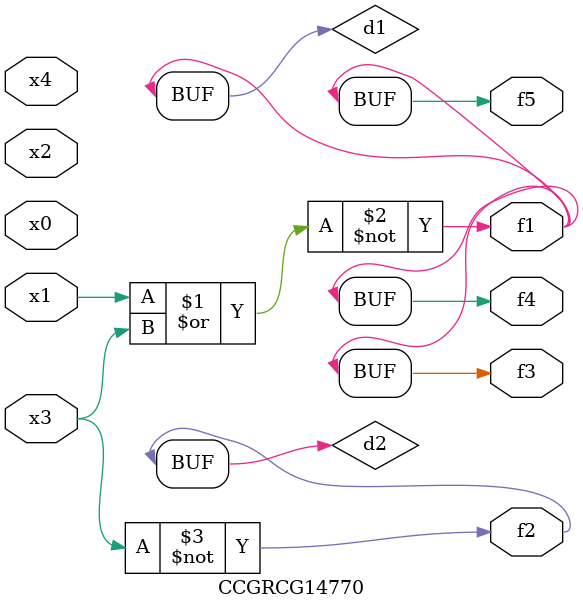
<source format=v>
module CCGRCG14770(
	input x0, x1, x2, x3, x4,
	output f1, f2, f3, f4, f5
);

	wire d1, d2;

	nor (d1, x1, x3);
	not (d2, x3);
	assign f1 = d1;
	assign f2 = d2;
	assign f3 = d1;
	assign f4 = d1;
	assign f5 = d1;
endmodule

</source>
